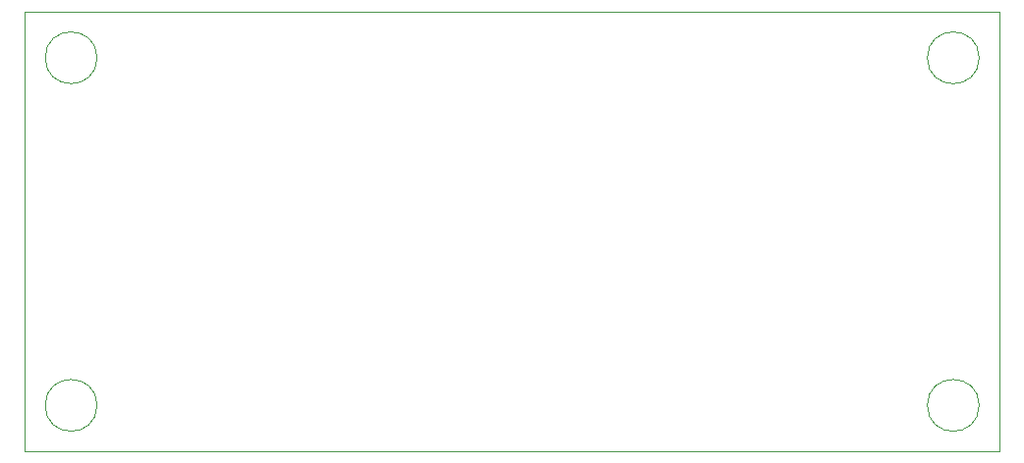
<source format=gbr>
G04 #@! TF.GenerationSoftware,KiCad,Pcbnew,(5.1.5)-3*
G04 #@! TF.CreationDate,2020-07-19T03:38:46+05:30*
G04 #@! TF.ProjectId,HA-Button-V1.0,48412d42-7574-4746-9f6e-2d56312e302e,rev?*
G04 #@! TF.SameCoordinates,Original*
G04 #@! TF.FileFunction,Profile,NP*
%FSLAX46Y46*%
G04 Gerber Fmt 4.6, Leading zero omitted, Abs format (unit mm)*
G04 Created by KiCad (PCBNEW (5.1.5)-3) date 2020-07-19 03:38:46*
%MOMM*%
%LPD*%
G04 APERTURE LIST*
%ADD10C,0.050000*%
G04 APERTURE END LIST*
D10*
X70236068Y-71000000D02*
G75*
G03X70236068Y-71000000I-2236068J0D01*
G01*
X70236068Y-101000000D02*
G75*
G03X70236068Y-101000000I-2236068J0D01*
G01*
X146236068Y-101000000D02*
G75*
G03X146236068Y-101000000I-2236068J0D01*
G01*
X146236068Y-71000000D02*
G75*
G03X146236068Y-71000000I-2236068J0D01*
G01*
X64000000Y-67000000D02*
X65000000Y-67000000D01*
X64000000Y-105000000D02*
X64000000Y-67000000D01*
X148000000Y-105000000D02*
X64000000Y-105000000D01*
X148000000Y-67000000D02*
X148000000Y-105000000D01*
X65000000Y-67000000D02*
X148000000Y-67000000D01*
M02*

</source>
